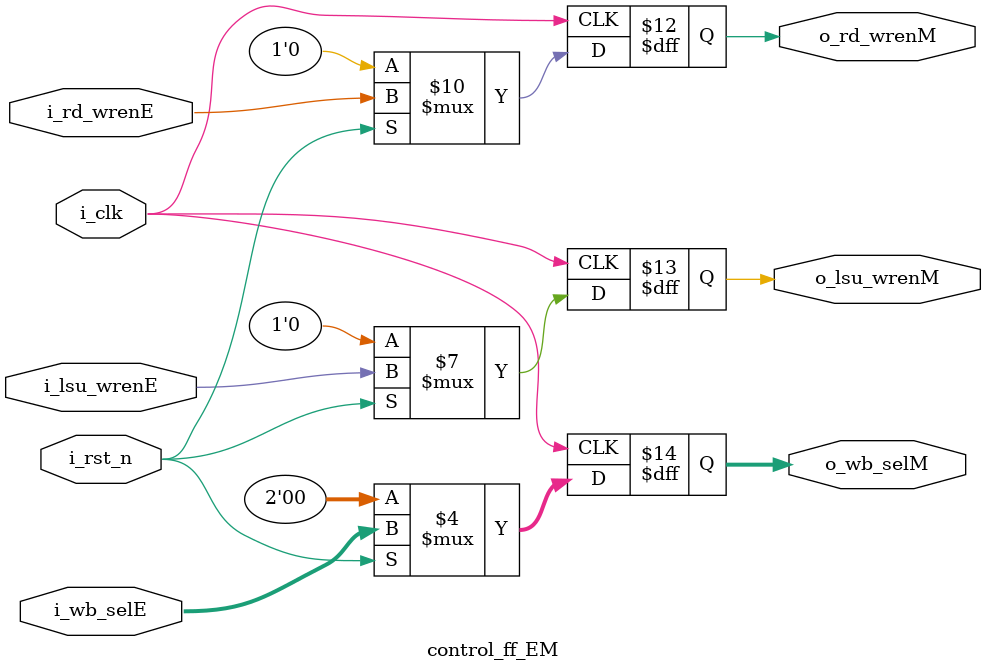
<source format=sv>
module control_ff_EM(
  input  logic i_clk, i_rst_n,
  input  logic i_rd_wrenE, i_lsu_wrenE,
  input  logic [1:0] i_wb_selE,
  output logic o_rd_wrenM, o_lsu_wrenM, 
  output logic [1:0] o_wb_selM
);
  always_ff @(posedge i_clk) begin
    if (~i_rst_n) begin
	   o_rd_wrenM  <= 1'b0 ;
		o_lsu_wrenM <= 1'b0 ;
		o_wb_selM   <= 2'b0 ;
	 end
	 else begin
	   o_rd_wrenM  <= i_rd_wrenE ;
		o_lsu_wrenM <= i_lsu_wrenE;
		o_wb_selM   <= i_wb_selE  ;
	 end
  end
endmodule
</source>
